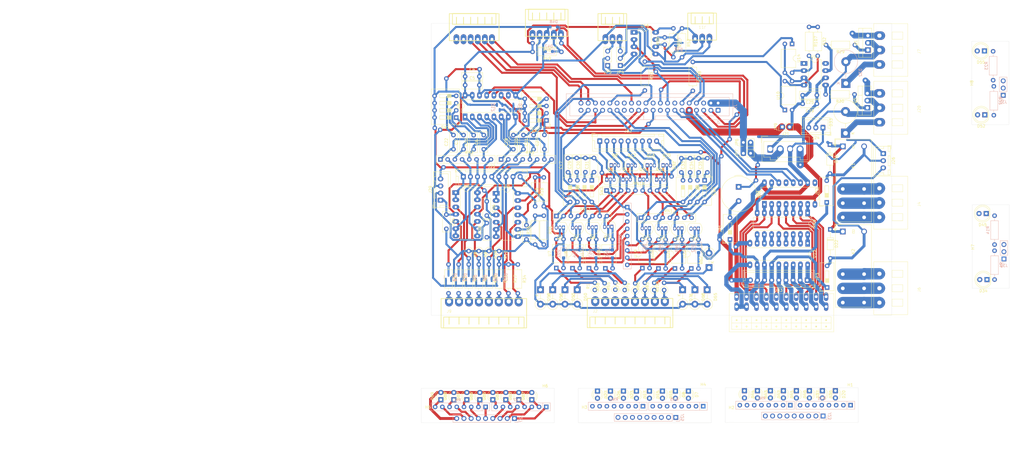
<source format=kicad_pcb>
(kicad_pcb
	(version 20240108)
	(generator "pcbnew")
	(generator_version "8.0")
	(general
		(thickness 1.6)
		(legacy_teardrops no)
	)
	(paper "A4")
	(layers
		(0 "F.Cu" signal)
		(1 "In1.Cu" signal)
		(2 "In2.Cu" signal)
		(31 "B.Cu" signal)
		(32 "B.Adhes" user "B.Adhesive")
		(33 "F.Adhes" user "F.Adhesive")
		(34 "B.Paste" user)
		(35 "F.Paste" user)
		(36 "B.SilkS" user "B.Silkscreen")
		(37 "F.SilkS" user "F.Silkscreen")
		(38 "B.Mask" user)
		(39 "F.Mask" user)
		(40 "Dwgs.User" user "User.Drawings")
		(41 "Cmts.User" user "User.Comments")
		(42 "Eco1.User" user "User.Eco1")
		(43 "Eco2.User" user "User.Eco2")
		(44 "Edge.Cuts" user)
		(45 "Margin" user)
		(46 "B.CrtYd" user "B.Courtyard")
		(47 "F.CrtYd" user "F.Courtyard")
		(48 "B.Fab" user)
		(49 "F.Fab" user)
		(50 "User.1" user)
		(51 "User.2" user)
		(52 "User.3" user)
		(53 "User.4" user)
		(54 "User.5" user)
		(55 "User.6" user)
		(56 "User.7" user)
		(57 "User.8" user)
		(58 "User.9" user)
	)
	(setup
		(stackup
			(layer "F.SilkS"
				(type "Top Silk Screen")
			)
			(layer "F.Paste"
				(type "Top Solder Paste")
			)
			(layer "F.Mask"
				(type "Top Solder Mask")
				(thickness 0.01)
			)
			(layer "F.Cu"
				(type "copper")
				(thickness 0.035)
			)
			(layer "dielectric 1"
				(type "prepreg")
				(thickness 0.1)
				(material "FR4")
				(epsilon_r 4.5)
				(loss_tangent 0.02)
			)
			(layer "In1.Cu"
				(type "copper")
				(thickness 0.035)
			)
			(layer "dielectric 2"
				(type "core")
				(thickness 1.24)
				(material "FR4")
				(epsilon_r 4.5)
				(loss_tangent 0.02)
			)
			(layer "In2.Cu"
				(type "copper")
				(thickness 0.035)
			)
			(layer "dielectric 3"
				(type "prepreg")
				(thickness 0.1)
				(material "FR4")
				(epsilon_r 4.5)
				(loss_tangent 0.02)
			)
			(layer "B.Cu"
				(type "copper")
				(thickness 0.035)
			)
			(layer "B.Mask"
				(type "Bottom Solder Mask")
				(thickness 0.01)
			)
			(layer "B.Paste"
				(type "Bottom Solder Paste")
			)
			(layer "B.SilkS"
				(type "Bottom Silk Screen")
				(color "Red")
			)
			(copper_finish "None")
			(dielectric_constraints no)
		)
		(pad_to_mask_clearance 0)
		(allow_soldermask_bridges_in_footprints no)
		(pcbplotparams
			(layerselection 0x00010fc_ffffffff)
			(plot_on_all_layers_selection 0x0000000_00000000)
			(disableapertmacros no)
			(usegerberextensions no)
			(usegerberattributes yes)
			(usegerberadvancedattributes yes)
			(creategerberjobfile yes)
			(dashed_line_dash_ratio 12.000000)
			(dashed_line_gap_ratio 3.000000)
			(svgprecision 4)
			(plotframeref no)
			(viasonmask no)
			(mode 1)
			(useauxorigin no)
			(hpglpennumber 1)
			(hpglpenspeed 20)
			(hpglpendiameter 15.000000)
			(pdf_front_fp_property_popups yes)
			(pdf_back_fp_property_popups yes)
			(dxfpolygonmode yes)
			(dxfimperialunits yes)
			(dxfusepcbnewfont yes)
			(psnegative no)
			(psa4output no)
			(plotreference yes)
			(plotvalue yes)
			(plotfptext yes)
			(plotinvisibletext no)
			(sketchpadsonfab no)
			(subtractmaskfromsilk no)
			(outputformat 1)
			(mirror no)
			(drillshape 1)
			(scaleselection 1)
			(outputdirectory "")
		)
	)
	(net 0 "")
	(net 1 "+5V")
	(net 2 "/Buzzer")
	(net 3 "GND")
	(net 4 "+3V3")
	(net 5 "/ADC_CH3")
	(net 6 "/ADC_CH1")
	(net 7 "+12V")
	(net 8 "/Dig-IN_1")
	(net 9 "-5V")
	(net 10 "/ADC_CH5")
	(net 11 "/ADC_CH6")
	(net 12 "/ADC_CH0")
	(net 13 "/ADC_CH2")
	(net 14 "/ADC_CH7")
	(net 15 "/ADC_CH4")
	(net 16 "/Dig-IN_2")
	(net 17 "/Dig-IN_3")
	(net 18 "/Dig-IN_4")
	(net 19 "/Dig-IN_5")
	(net 20 "/Dig-IN_6")
	(net 21 "/Dig-IN_7")
	(net 22 "/Dig-IN_8")
	(net 23 "OUT_Digital_1_open-drain")
	(net 24 "Net-(U3C-+)")
	(net 25 "Net-(U3D-+)")
	(net 26 "IN_Analog_6 (0-20mA)")
	(net 27 "IN_Analog_7 (0-20mA)")
	(net 28 "Net-(U9B-+)")
	(net 29 "/OUT_PWM_1_diode")
	(net 30 "/OUT_PWM_2_diode")
	(net 31 "Net-(D34-A)")
	(net 32 "Net-(U9A-+)")
	(net 33 "OUT_Digital_2_open-drain")
	(net 34 "OUT_Digital_3_open-drain")
	(net 35 "OUT_Digital_4_open-drain")
	(net 36 "OUT_Digital_5_open-drain")
	(net 37 "Net-(U3A-+)")
	(net 38 "I2C_SDA")
	(net 39 "RS485_B")
	(net 40 "RS485_A")
	(net 41 "Net-(D50-A1)")
	(net 42 "Net-(D51-A)")
	(net 43 "Net-(D53-A1)")
	(net 44 "Net-(D54-A)")
	(net 45 "Net-(D56-A1)")
	(net 46 "Net-(D57-A)")
	(net 47 "Net-(D59-A1)")
	(net 48 "Net-(D60-A)")
	(net 49 "Net-(D62-A1)")
	(net 50 "Net-(D63-A)")
	(net 51 "Net-(D65-A1)")
	(net 52 "Net-(D66-A)")
	(net 53 "Net-(D68-A1)")
	(net 54 "Net-(D69-A)")
	(net 55 "Net-(D71-A1)")
	(net 56 "Net-(D72-A)")
	(net 57 "unconnected-(J1-ID_SD{slash}GPIO0-Pad27)")
	(net 58 "/SPI_CE0_ADC")
	(net 59 "Net-(J1-3V3-Pad1)")
	(net 60 "/SPI0_miso_ADC")
	(net 61 "/UART_DIR-T")
	(net 62 "/SPI0_mosi_ADC")
	(net 63 "/SPI0_sclk_ADC")
	(net 64 "/UART_TX")
	(net 65 "/SPI1_miso_FREE")
	(net 66 "/SR-OUT_latch")
	(net 67 "/SPI1_mosi_FREE")
	(net 68 "/SR-OUT_clock")
	(net 69 "/SR-OUT_data")
	(net 70 "unconnected-(J1-ID_SC{slash}GPIO1-Pad28)")
	(net 71 "/SPI1_CE_FREE")
	(net 72 "/UART_RX")
	(net 73 "/OUT_PWM_2")
	(net 74 "/SPI1_sclk_FREE")
	(net 75 "/OUT_PWM_1")
	(net 76 "IN_Digital_8")
	(net 77 "IN_Digital_5")
	(net 78 "IN_Digital_2")
	(net 79 "IN_Digital_3")
	(net 80 "IN_Digital_4")
	(net 81 "IN_Digital_6")
	(net 82 "IN_Digital_7")
	(net 83 "IN_Digital_1")
	(net 84 "OUT_Digital_8")
	(net 85 "OUT_Digital_7_open-drain")
	(net 86 "OUT_Digital_2")
	(net 87 "OUT_Digital_4")
	(net 88 "OUT_Digital_5")
	(net 89 "OUT_Digital_6")
	(net 90 "OUT_Digital_3")
	(net 91 "OUT_Digital_7")
	(net 92 "OUT_Digital_8_open-drain")
	(net 93 "OUT_Digital_1")
	(net 94 "OUT_Digital_6_open-drain")
	(net 95 "Net-(J4-Pin_1)")
	(net 96 "Net-(J4-Pin_2)")
	(net 97 "Net-(J4-Pin_3)")
	(net 98 "OUT_Digital_COM_open-drain")
	(net 99 "Net-(J6-Pin_1)")
	(net 100 "Net-(J6-Pin_3)")
	(net 101 "Net-(J6-Pin_2)")
	(net 102 "IN_Analog_1 (0-3.3V)")
	(net 103 "IN_Analog_5 (0-24V)")
	(net 104 "IN_Analog_4 (0-12V)")
	(net 105 "IN_Analog_2 (0-5V)")
	(net 106 "IN_Analog_0 (0-3.3V)")
	(net 107 "IN_Analog_3 (0-5V)")
	(net 108 "Net-(Q1-G)")
	(net 109 "Net-(Q2-G)")
	(net 110 "Net-(Q2-D)")
	(net 111 "Net-(Q5-G)")
	(net 112 "Net-(C17-Pad1)")
	(net 113 "Net-(Q7-G)")
	(net 114 "Net-(Q7-D)")
	(net 115 "Net-(C29-Pad1)")
	(net 116 "Net-(Q9-G)")
	(net 117 "Net-(C30-Pad1)")
	(net 118 "Net-(Q10-G)")
	(net 119 "Net-(Q11-D)")
	(net 120 "Net-(Q11-G)")
	(net 121 "Net-(C31-Pad1)")
	(net 122 "Net-(Q13-G)")
	(net 123 "Net-(Q13-D)")
	(net 124 "Net-(C32-Pad1)")
	(net 125 "Net-(Q15-D)")
	(net 126 "Net-(Q15-G)")
	(net 127 "Net-(C33-Pad1)")
	(net 128 "Net-(Q17-G)")
	(net 129 "Net-(Q17-D)")
	(net 130 "Net-(C34-Pad1)")
	(net 131 "Net-(Q19-D)")
	(net 132 "Net-(Q19-G)")
	(net 133 "Net-(C35-Pad1)")
	(net 134 "Net-(U9C--)")
	(net 135 "Net-(U12-~{OUTA})")
	(net 136 "Net-(U12-~{OUTB})")
	(net 137 "Net-(U12-INB)")
	(net 138 "Net-(R33-Pad1)")
	(net 139 "Net-(U9D--)")
	(net 140 "Net-(U12-INA)")
	(net 141 "Net-(R108-Pad1)")
	(net 142 "unconnected-(U2-QH'-Pad9)")
	(net 143 "unconnected-(U12-NC-Pad8)")
	(net 144 "unconnected-(U12-NC-Pad1)")
	(net 145 "Net-(U3B-+)")
	(net 146 "Net-(D45-K)")
	(net 147 "/LED_analog-CH6")
	(net 148 "/LED_analog-CH2")
	(net 149 "/LED_analog-CH7")
	(net 150 "/LED_analog-CH5")
	(net 151 "/LED_analog-CH0")
	(net 152 "/LED_analog-CH1")
	(net 153 "/LED_analog-CH3")
	(net 154 "/LED_analog-CH4")
	(net 155 "Net-(D10-K)")
	(net 156 "Net-(D7-A)")
	(net 157 "Net-(D8-A)")
	(net 158 "Net-(D10-A)")
	(net 159 "Net-(D15-A)")
	(net 160 "Net-(D17-A)")
	(net 161 "Net-(D23-A)")
	(net 162 "Net-(D26-A)")
	(net 163 "Net-(D27-A)")
	(net 164 "Net-(D82-K)")
	(net 165 "Net-(D82-A)")
	(net 166 "Net-(D83-K)")
	(net 167 "Net-(D84-K)")
	(net 168 "Net-(D85-K)")
	(net 169 "Net-(D86-K)")
	(net 170 "Net-(D87-K)")
	(net 171 "Net-(D88-K)")
	(net 172 "Net-(D89-K)")
	(net 173 "Net-(J25-Pin_8)")
	(net 174 "Net-(J25-Pin_5)")
	(net 175 "Net-(J25-Pin_7)")
	(net 176 "Net-(J25-Pin_2)")
	(net 177 "Net-(J25-Pin_6)")
	(net 178 "Net-(J25-Pin_1)")
	(net 179 "Net-(J25-Pin_4)")
	(net 180 "Net-(J25-Pin_3)")
	(net 181 "Net-(J27-Pin_4)")
	(net 182 "Net-(J27-Pin_8)")
	(net 183 "Net-(J27-Pin_1)")
	(net 184 "Net-(J27-Pin_5)")
	(net 185 "Net-(J27-Pin_6)")
	(net 186 "Net-(J27-Pin_7)")
	(net 187 "Net-(J27-Pin_3)")
	(net 188 "Net-(J27-Pin_2)")
	(net 189 "Net-(D20-A)")
	(net 190 "Net-(D20-K)")
	(net 191 "Net-(D30-K)")
	(net 192 "Net-(D37-K)")
	(net 193 "Net-(D40-K)")
	(net 194 "Net-(D41-K)")
	(net 195 "Net-(D42-K)")
	(net 196 "Net-(D43-K)")
	(net 197 "Net-(D44-K)")
	(net 198 "/LED_digital-out_2")
	(net 199 "/LED_digital-out_8")
	(net 200 "/LED_digital-out_6")
	(net 201 "/LED_digital-out_5")
	(net 202 "/LED_digital-out_4")
	(net 203 "/LED_digital-out_7")
	(net 204 "/LED_digital-out_1")
	(net 205 "/LED_digital-out_3")
	(net 206 "Net-(J23-Pin_1)")
	(net 207 "Net-(J23-Pin_5)")
	(net 208 "Net-(J23-Pin_3)")
	(net 209 "Net-(J23-Pin_2)")
	(net 210 "Net-(J23-Pin_8)")
	(net 211 "Net-(J23-Pin_7)")
	(net 212 "Net-(J23-Pin_4)")
	(net 213 "Net-(J23-Pin_6)")
	(net 214 "/LED_relay-1")
	(net 215 "/LED_PWM-1")
	(net 216 "/LED_PWM-2")
	(net 217 "Net-(D34-K)")
	(net 218 "/LED_relay-2")
	(net 219 "Net-(D52-K)")
	(net 220 "Net-(D52-A)")
	(net 221 "Net-(D55-K)")
	(net 222 "Net-(J30-Pin_3)")
	(net 223 "Net-(J30-Pin_2)")
	(net 224 "Net-(J31-Pin_3)")
	(net 225 "Net-(J31-Pin_2)")
	(net 226 "Net-(RN9-R2.2)")
	(net 227 "Net-(RN9-R8.2)")
	(net 228 "Net-(RN9-R7.2)")
	(net 229 "Net-(RN9-R5.2)")
	(net 230 "Net-(RN9-R1.2)")
	(net 231 "Net-(RN9-R6.2)")
	(net 232 "Net-(RN9-R3.2)")
	(net 233 "Net-(RN9-R4.2)")
	(net 234 "/DIP_EN-Filter-ADC3")
	(net 235 "/DIP_EN-Filter-ADC1")
	(net 236 "/DIP_EN-Filter-ADC5")
	(net 237 "/DIP_EN-Filter-ADC6")
	(net 238 "/DIP_EN-Filter-ADC0")
	(net 239 "/DIP_EN-Filter-ADC2")
	(net 240 "/DIP_EN-Filter-ADC7")
	(net 241 "/DIP_EN-Filter-ADC4")
	(net 242 "unconnected-(J3-Pin_6-Pad6)")
	(net 243 "unconnected-(J3-Pin_5-Pad5)")
	(net 244 "unconnected-(J19-Pin_4-Pad4)")
	(net 245 "unconnected-(J19-Pin_5-Pad5)")
	(net 246 "I2C_SCL")
	(net 247 "Net-(J10-Pin_2)")
	(net 248 "Net-(J10-Pin_1)")
	(net 249 "Net-(JP4-A)")
	(net 250 "Net-(JP5-A)")
	(net 251 "GNDPWR")
	(net 252 "Net-(JP6-A)")
	(footprint "Connector_JST:JST_XH_B9B-XH-A_1x09_P2.50mm_Vertical" (layer "F.Cu") (at 95.799 68.65615))
	(footprint "Resistor_THT:R_Axial_DIN0207_L6.3mm_D2.5mm_P2.54mm_Vertical" (layer "F.Cu") (at 118.646 34.699 90))
	(footprint "Button_Switch_THT:SW_DIP_SPSTx04_Slide_9.78x12.34mm_W7.62mm_P2.54mm" (layer "F.Cu") (at 45.2845 60.36 180))
	(footprint "Package_TO_SOT_THT:TO-92_Inline" (layer "F.Cu") (at 98.2585 82.18205))
	(footprint "Package_DIP:DIP-4_W10.16mm" (layer "F.Cu") (at 160.932 57.706 90))
	(footprint "Button_Switch_THT:SW_DIP_SPSTx01_Slide_9.78x4.72mm_W7.62mm_P2.54mm" (layer "F.Cu") (at 141.633 103.2365 90))
	(footprint "Relay_THT:Relay_SPDT_Omron_G2RL-1-E" (layer "F.Cu") (at 181.317 70.493))
	(footprint "Resistor_THT:R_Axial_DIN0207_L6.3mm_D2.5mm_P10.16mm_Horizontal" (layer "F.Cu") (at 66.957 112.0587 -90))
	(footprint "LED_THT:LED_D3.0mm_IRGrey" (layer "F.Cu") (at 58.16405 159.6553 90))
	(footprint "LED_THT:LED_D3.0mm_IRGrey" (layer "F.Cu") (at 94.99405 156.6023 -90))
	(footprint "Package_DIP:DIP-8_W7.62mm_LongPads" (layer "F.Cu") (at 107.851 30.381))
	(footprint "Diode_THT:D_DO-15_P5.08mm_Vertical_KathodeUp" (layer "F.Cu") (at 74.9172 120.9522 -90))
	(footprint "custom-footprints1:WAGO 713-1430 MINI HD Stiftleiste gewinkelt 2x10-polig, RM 3,5" (layer "F.Cu") (at 159.695 127.901))
	(footprint "LED_THT:LED_D3.0mm_IRGrey" (layer "F.Cu") (at 49.02005 159.6553 90))
	(footprint "Resistor_THT:R_Array_SIP8" (layer "F.Cu") (at 80.536 95.01305))
	(footprint "Resistor_THT:R_Axial_DIN0207_L6.3mm_D2.5mm_P10.16mm_Horizontal" (layer "F.Cu") (at 60.353 112.0587 -90))
	(footprint "Capacitor_THT:C_Disc_D7.0mm_W2.5mm_P5.00mm" (layer "F.Cu") (at 41.811 94.516 -90))
	(footprint "Package_DIP:DIP-4_W10.16mm" (layer "F.Cu") (at 86.2052 113.37185 90))
	(footprint "Capacitor_THT:C_Disc_D7.0mm_W2.5mm_P5.00mm" (layer "F.Cu") (at 47.867 71.506 90))
	(footprint "Capacitor_THT:C_Disc_D7.0mm_W2.5mm_P5.00mm" (layer "F.Cu") (at 124.5062 79.66335 90))
	(footprint "Capacitor_THT:C_Disc_D7.0mm_W2.5mm_P5.00mm" (layer "F.Cu") (at 93.7722 79.58085 90))
	(footprint "LED_THT:LED_D3.0mm_IRGrey" (layer "F.Cu") (at 126.99805 156.6023 -90))
	(footprint "Capacitor_THT:C_Disc_D7.0mm_W2.5mm_P5.00mm" (layer "F.Cu") (at 87.6762 79.58085 90))
	(footprint "LED_THT:LED_D3.0mm_IRGrey" (layer "F.Cu") (at 122.42605 156.6023 -90))
	(footprint "Resistor_THT:R_Axial_DIN0207_L6.3mm_D2.5mm_P2.54mm_Vertical" (layer "F.Cu") (at 108.2574 121.2404 90))
	(footprint "LED_THT:LED_D3.0mm_IRGrey" (layer "F.Cu") (at 62.73605 159.6553 90))
	(footprint "Package_DIP:DIP-4_W10.16mm" (layer "F.Cu") (at 116.4412 113.47785 90))
	(footprint "Capacitor_THT:C_Disc_D7.0mm_W2.5mm_P5.00mm"
		(layer "F.Cu")
		(uuid "1d859764-995b-4d67-bfc7-c7c956f58041")
		(at 68.949 71.506 90)
		(descr "C, Disc series, Radial, pin pitch=5.00mm, , diameter*width=7*2.5mm^2, Capacitor, http://cdn-reichelt.de/documents/datenblatt/B300/DS_KERKO_TC.pdf")
		(tags "C Disc series Radial pin pitch 5.00mm  diameter 7mm width 2.5mm Capacitor")
		(property "Reference" "C20"
			(at 2.5 -2.5 90)
			(layer "F.SilkS")
			(uuid "a7df6425-aba2-4a76-b332-faf9dae2d48f")
			(effects
				(font
					(size 1 1)
					(thickness 0.15)
				)
			)
		)
		(property "Value" "100n"
			(at 2.5 2.5 90)
			(layer "F.Fab")
			(uuid "1fd335a6-2531-4927-81f5-7ed514b662ef")
			(effects
				(font
					(size 1 1)
					(thickness 0.15)
				)
			)
		)
		(property "Footprint" "Capacitor_THT:C_Disc_D7.0mm_W2.5mm_P5.00mm"
			(at 0 0 90)
			(unlocked yes)
			(layer "F.Fab")
			(hide yes)
			(uuid "7823a5d8-4464-4dca-8345-470bcab13f12")
			(effects
				(font
					(size 1.27 1.27)
					(thickness 0.15)
				)
			)
		)
		(property "Datasheet" "https://www.conrad.de/de/p/kemet-r82dc3100aa50k-1-st-polyester-kondensator-radial-bedrahtet-100-nf-63-v-10-5-mm-l-x-b-x-h-7-2-x-2-5-x-6-5-mm-1235240.html"
			(at 0 0 90)
			(unlocked yes)
			(layer "F.Fab")
			(hide yes)
			(uuid "a0ee310c-71a8-49da-84bb-3c3e60858800")
			(effects
				(font
					(size 1.27 1.27)
					(thickness 0.15)
				)
			)
		)
		(property "Description" "Unpolarized capacitor"
			(at 0 0 90)
			(unlocked yes)
			(layer "F.Fab")
			(hide yes)
			(uuid "d8c886c2-0cec-44ef-8535-4cff29a25fdd")
			(effects
				(font
					(size 1.27 1.27)
					(thickness 0.15)
				)
			)
		)
		(property ki_fp_filters "C_*")
		(path "/b0d8e996-fc3d-4e02-adbc-dcd263576d63")
		(sheetname "Root")
		(sheetfile "pi-interface-board_v1.0.kicad_sch")
		(attr through_hole)
		(fp_line
			(start 6.12 -1.37)
			(end 6.12 1.37)
			(stroke
				(width 0.12)
				(type solid)
			)
			(layer "F.SilkS")
			(uuid "ed183c0b-03b9-4145-a638-c96f5ddf9bf7")
		)
		(fp_line
			(start -1.12 -1.37)
			(end 6.12 -1.37)
			(stroke
				(width 0.12)
				(type solid)
			)
			(layer "F.SilkS")
			(uuid "2b49a7e0-3814-46af-883e-e90bdaf539ba")
		)
		(fp_line
			(start -1.12 -1.37)
			(end -1.12 1.37)
			(stroke
				(width 0.12)
				(type solid)
			)
			(layer "F.SilkS")
			(uuid "5987f9bb-d3e5-4dfc-9d71-96b5cc41af78")
		)
		(fp_line
			(start -1.12 1.37)
			(end 6.12 1.37)
			(stroke
				(width 0.12)
				(type solid)
			)
			(layer "F.SilkS")
			(uuid "182dc7f8-9790-43c4-8070-0caa3f4d26a6")
		)
		(fp_line
			(start 6.25 -1.5)
			(end -1.25 -1.5)
			(stroke
				(width 0.05)
				(type solid)
			)
			(layer "F.CrtYd")
			(uuid "e6c05cc4-886a-49e6-a8cf-5ea3a9c099f1")
		)
		(fp_line
			(start -1.25 -1.5)
			(end -1.25 1.5)
			(stroke
				(width 0.05)
				(type solid)
			)
			(layer "F.CrtYd")
			(uuid "e57fa1cd-5b74-4827-a255-caeaafa26d6e")
		)
		(fp_line
			(start 6.25 1.5)
			(end 6.25 -1.5)
			(stroke
				(width 0.05)
				(type solid)
			)
			(layer "F.CrtYd")
			(uuid "173fd142-a6cf-423a-b9df-c9e4ad6cbe79")
		)
		(fp_line
			(start -1.25 1.5)
			(end 6.25 1.5)
			(stroke
				(width 0.05)
				(type solid)
			)
			(layer "F.CrtYd")
			(uuid "c084f450-895a-466e-bc80-c842853f7ee7")
		)
		(fp_line
			(start 6 -1.25)
			(end -1 -1.25)
			(stroke
				(width 0.1)
				(type solid)
			)
			(layer "F.Fab")
			(uuid "4d95c3b4-b4e5-4
... [1363769 chars truncated]
</source>
